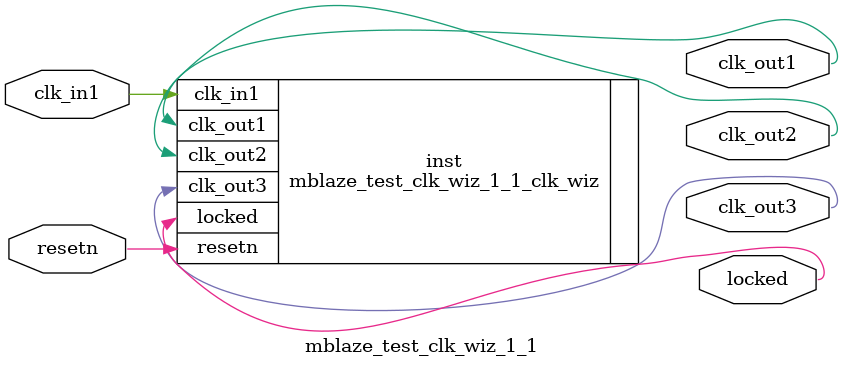
<source format=v>


`timescale 1ps/1ps

(* CORE_GENERATION_INFO = "mblaze_test_clk_wiz_1_1,clk_wiz_v6_0_3_0_0,{component_name=mblaze_test_clk_wiz_1_1,use_phase_alignment=true,use_min_o_jitter=false,use_max_i_jitter=false,use_dyn_phase_shift=false,use_inclk_switchover=false,use_dyn_reconfig=false,enable_axi=0,feedback_source=FDBK_AUTO,PRIMITIVE=MMCM,num_out_clk=3,clkin1_period=10.000,clkin2_period=10.000,use_power_down=false,use_reset=true,use_locked=true,use_inclk_stopped=false,feedback_type=SINGLE,CLOCK_MGR_TYPE=NA,manual_override=false}" *)

module mblaze_test_clk_wiz_1_1 
 (
  // Clock out ports
  output        clk_out1,
  output        clk_out2,
  output        clk_out3,
  // Status and control signals
  input         resetn,
  output        locked,
 // Clock in ports
  input         clk_in1
 );

  mblaze_test_clk_wiz_1_1_clk_wiz inst
  (
  // Clock out ports  
  .clk_out1(clk_out1),
  .clk_out2(clk_out2),
  .clk_out3(clk_out3),
  // Status and control signals               
  .resetn(resetn), 
  .locked(locked),
 // Clock in ports
  .clk_in1(clk_in1)
  );

endmodule

</source>
